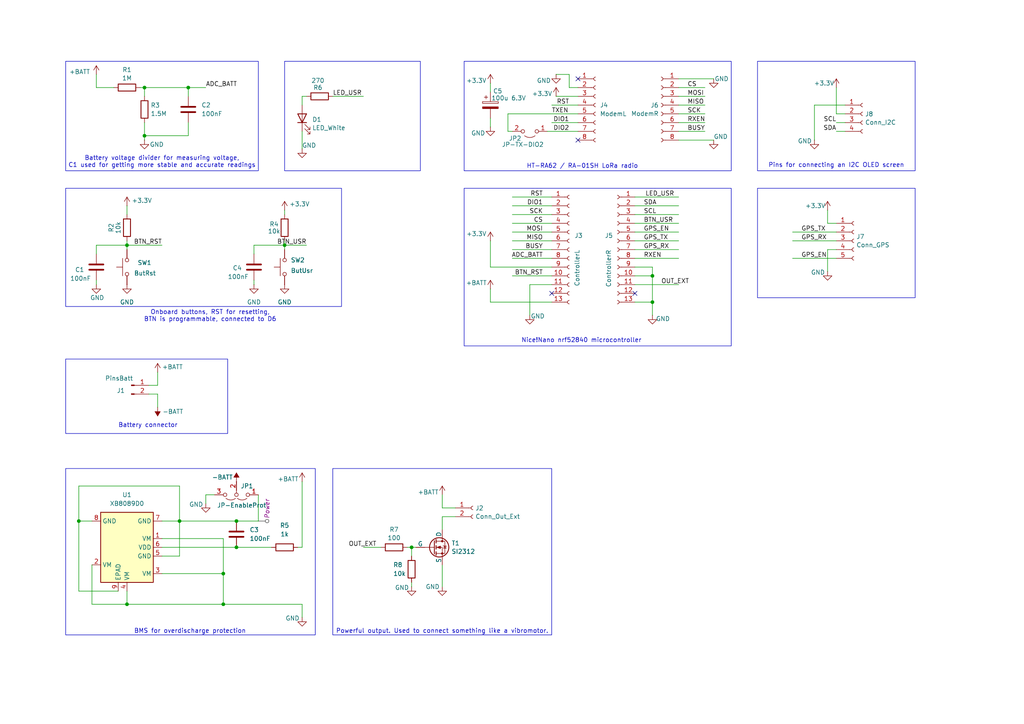
<source format=kicad_sch>
(kicad_sch (version 20231120) (generator "eeschema") (generator_version "8.0")
  (paper "A4")
  (title_block (title "SlotRa (fakeTec_v5 mod)") (date "2025-03-19") (rev "2"))
  (lib_symbols
    (symbol "Connector:Conn_01x02_Pin" (pin_names (offset 1.016) hide)
      (property "Reference" "J" (at 0 2.54 0))
      (property "Value" "Conn_01x02_Pin" (at 0 -5.08 0))
      (symbol "Conn_01x02_Pin_1_1"
        (polyline (pts (xy 1.27 -2.54) (xy 0.8636 -2.54)) (stroke (width 0.1524)))
        (polyline (pts (xy 1.27 0) (xy 0.8636 0)) (stroke (width 0.1524)))
        (rectangle (start 0.8636 -2.413) (end 0 -2.667) (stroke (width 0.1524)) (fill (type outline)))
        (rectangle (start 0.8636 0.127) (end 0 -0.127) (stroke (width 0.1524)) (fill (type outline)))
        (pin passive line (at 5.08 0 180) (length 3.81) (name "Pin_1") (number "1"))
        (pin passive line (at 5.08 -2.54 180) (length 3.81) (name "Pin_2") (number "2"))
      )
    )
    (symbol "Connector:Conn_01x02_Socket" (pin_names (offset 1.016) hide)
      (property "Reference" "J" (at 0 2.54 0))
      (property "Value" "Conn_01x02_Socket" (at 0 -5.08 0))
      (symbol "Conn_01x02_Socket_1_1"
        (arc (start 0 -2.032) (mid -0.5058 -2.54) (end 0 -3.048) (stroke (width 0.1524)))
        (polyline (pts (xy -1.27 -2.54) (xy -0.508 -2.54)) (stroke (width 0.1524)))
        (polyline (pts (xy -1.27 0) (xy -0.508 0)) (stroke (width 0.1524)))
        (arc (start 0 0.508) (mid -0.5058 0) (end 0 -0.508) (stroke (width 0.1524)))
        (pin passive line (at -5.08 0 0) (length 3.81) (name "Pin_1") (number "1"))
        (pin passive line (at -5.08 -2.54 0) (length 3.81) (name "Pin_2") (number "2"))
      )
    )
    (symbol "Connector:Conn_01x04_Socket" (pin_names (offset 1.016) hide)
      (property "Reference" "J" (at 0 5.08 0))
      (property "Value" "Conn_01x04_Socket" (at 0 -7.62 0))
      (symbol "Conn_01x04_Socket_1_1"
        (arc (start 0 -4.572) (mid -0.5058 -5.08) (end 0 -5.588) (stroke (width 0.1524)))
        (arc (start 0 -2.032) (mid -0.5058 -2.54) (end 0 -3.048) (stroke (width 0.1524)))
        (polyline (pts (xy -1.27 -5.08) (xy -0.508 -5.08)) (stroke (width 0.1524)))
        (polyline (pts (xy -1.27 -2.54) (xy -0.508 -2.54)) (stroke (width 0.1524)))
        (polyline (pts (xy -1.27 0) (xy -0.508 0)) (stroke (width 0.1524)))
        (polyline (pts (xy -1.27 2.54) (xy -0.508 2.54)) (stroke (width 0.1524)))
        (arc (start 0 0.508) (mid -0.5058 0) (end 0 -0.508) (stroke (width 0.1524)))
        (arc (start 0 3.048) (mid -0.5058 2.54) (end 0 2.032) (stroke (width 0.1524)))
        (pin passive line (at -5.08 2.54 0) (length 3.81) (name "Pin_1") (number "1"))
        (pin passive line (at -5.08 0 0) (length 3.81) (name "Pin_2") (number "2"))
        (pin passive line (at -5.08 -2.54 0) (length 3.81) (name "Pin_3") (number "3"))
        (pin passive line (at -5.08 -5.08 0) (length 3.81) (name "Pin_4") (number "4"))
      )
    )
    (symbol "Connector:Conn_01x05_Socket" (pin_names (offset 1.016) hide)
      (property "Reference" "J" (at 0 7.62 0))
      (property "Value" "Conn_01x05_Socket" (at 0 -7.62 0))
      (symbol "Conn_01x05_Socket_1_1"
        (arc (start 0 -4.572) (mid -0.5058 -5.08) (end 0 -5.588) (stroke (width 0.1524)))
        (arc (start 0 -2.032) (mid -0.5058 -2.54) (end 0 -3.048) (stroke (width 0.1524)))
        (polyline (pts (xy -1.27 -5.08) (xy -0.508 -5.08)) (stroke (width 0.1524)))
        (polyline (pts (xy -1.27 -2.54) (xy -0.508 -2.54)) (stroke (width 0.1524)))
        (polyline (pts (xy -1.27 0) (xy -0.508 0)) (stroke (width 0.1524)))
        (polyline (pts (xy -1.27 2.54) (xy -0.508 2.54)) (stroke (width 0.1524)))
        (polyline (pts (xy -1.27 5.08) (xy -0.508 5.08)) (stroke (width 0.1524)))
        (arc (start 0 0.508) (mid -0.5058 0) (end 0 -0.508) (stroke (width 0.1524)))
        (arc (start 0 3.048) (mid -0.5058 2.54) (end 0 2.032) (stroke (width 0.1524)))
        (arc (start 0 5.588) (mid -0.5058 5.08) (end 0 4.572) (stroke (width 0.1524)))
        (pin passive line (at -5.08 5.08 0) (length 3.81) (name "Pin_1") (number "1"))
        (pin passive line (at -5.08 2.54 0) (length 3.81) (name "Pin_2") (number "2"))
        (pin passive line (at -5.08 0 0) (length 3.81) (name "Pin_3") (number "3"))
        (pin passive line (at -5.08 -2.54 0) (length 3.81) (name "Pin_4") (number "4"))
        (pin passive line (at -5.08 -5.08 0) (length 3.81) (name "Pin_5") (number "5"))
      )
    )
    (symbol "Connector:Conn_01x08_Socket" (pin_names (offset 1.016) hide)
      (property "Reference" "J" (at 0 10.16 0))
      (property "Value" "Conn_01x08_Socket" (at 0 -12.7 0))
      (symbol "Conn_01x08_Socket_1_1"
        (arc (start 0 -9.652) (mid -0.5058 -10.16) (end 0 -10.668) (stroke (width 0.1524)))
        (arc (start 0 -7.112) (mid -0.5058 -7.62) (end 0 -8.128) (stroke (width 0.1524)))
        (arc (start 0 -4.572) (mid -0.5058 -5.08) (end 0 -5.588) (stroke (width 0.1524)))
        (arc (start 0 -2.032) (mid -0.5058 -2.54) (end 0 -3.048) (stroke (width 0.1524)))
        (polyline (pts (xy -1.27 -10.16) (xy -0.508 -10.16)) (stroke (width 0.1524)))
        (polyline (pts (xy -1.27 -7.62) (xy -0.508 -7.62)) (stroke (width 0.1524)))
        (polyline (pts (xy -1.27 -5.08) (xy -0.508 -5.08)) (stroke (width 0.1524)))
        (polyline (pts (xy -1.27 -2.54) (xy -0.508 -2.54)) (stroke (width 0.1524)))
        (polyline (pts (xy -1.27 0) (xy -0.508 0)) (stroke (width 0.1524)))
        (polyline (pts (xy -1.27 2.54) (xy -0.508 2.54)) (stroke (width 0.1524)))
        (polyline (pts (xy -1.27 5.08) (xy -0.508 5.08)) (stroke (width 0.1524)))
        (polyline (pts (xy -1.27 7.62) (xy -0.508 7.62)) (stroke (width 0.1524)))
        (arc (start 0 0.508) (mid -0.5058 0) (end 0 -0.508) (stroke (width 0.1524)))
        (arc (start 0 3.048) (mid -0.5058 2.54) (end 0 2.032) (stroke (width 0.1524)))
        (arc (start 0 5.588) (mid -0.5058 5.08) (end 0 4.572) (stroke (width 0.1524)))
        (arc (start 0 8.128) (mid -0.5058 7.62) (end 0 7.112) (stroke (width 0.1524)))
        (pin passive line (at -5.08 7.62 0) (length 3.81) (name "Pin_1") (number "1"))
        (pin passive line (at -5.08 5.08 0) (length 3.81) (name "Pin_2") (number "2"))
        (pin passive line (at -5.08 2.54 0) (length 3.81) (name "Pin_3") (number "3"))
        (pin passive line (at -5.08 0 0) (length 3.81) (name "Pin_4") (number "4"))
        (pin passive line (at -5.08 -2.54 0) (length 3.81) (name "Pin_5") (number "5"))
        (pin passive line (at -5.08 -5.08 0) (length 3.81) (name "Pin_6") (number "6"))
        (pin passive line (at -5.08 -7.62 0) (length 3.81) (name "Pin_7") (number "7"))
        (pin passive line (at -5.08 -10.16 0) (length 3.81) (name "Pin_8") (number "8"))
      )
    )
    (symbol "Connector:Conn_01x13_Socket" (pin_names (offset 1.016) hide)
      (property "Reference" "J" (at 0 17.78 0))
      (property "Value" "Conn_01x13_Socket" (at 0 -17.78 0))
      (symbol "Conn_01x13_Socket_1_1"
        (arc (start 0 -14.732) (mid -0.5058 -15.24) (end 0 -15.748) (stroke (width 0.1524)))
        (arc (start 0 -12.192) (mid -0.5058 -12.7) (end 0 -13.208) (stroke (width 0.1524)))
        (arc (start 0 -9.652) (mid -0.5058 -10.16) (end 0 -10.668) (stroke (width 0.1524)))
        (arc (start 0 -7.112) (mid -0.5058 -7.62) (end 0 -8.128) (stroke (width 0.1524)))
        (arc (start 0 -4.572) (mid -0.5058 -5.08) (end 0 -5.588) (stroke (width 0.1524)))
        (arc (start 0 -2.032) (mid -0.5058 -2.54) (end 0 -3.048) (stroke (width 0.1524)))
        (polyline (pts (xy -1.27 -15.24) (xy -0.508 -15.24)) (stroke (width 0.1524)))
        (polyline (pts (xy -1.27 -12.7) (xy -0.508 -12.7)) (stroke (width 0.1524)))
        (polyline (pts (xy -1.27 -10.16) (xy -0.508 -10.16)) (stroke (width 0.1524)))
        (polyline (pts (xy -1.27 -7.62) (xy -0.508 -7.62)) (stroke (width 0.1524)))
        (polyline (pts (xy -1.27 -5.08) (xy -0.508 -5.08)) (stroke (width 0.1524)))
        (polyline (pts (xy -1.27 -2.54) (xy -0.508 -2.54)) (stroke (width 0.1524)))
        (polyline (pts (xy -1.27 0) (xy -0.508 0)) (stroke (width 0.1524)))
        (polyline (pts (xy -1.27 2.54) (xy -0.508 2.54)) (stroke (width 0.1524)))
        (polyline (pts (xy -1.27 5.08) (xy -0.508 5.08)) (stroke (width 0.1524)))
        (polyline (pts (xy -1.27 7.62) (xy -0.508 7.62)) (stroke (width 0.1524)))
        (polyline (pts (xy -1.27 10.16) (xy -0.508 10.16)) (stroke (width 0.1524)))
        (polyline (pts (xy -1.27 12.7) (xy -0.508 12.7)) (stroke (width 0.1524)))
        (polyline (pts (xy -1.27 15.24) (xy -0.508 15.24)) (stroke (width 0.1524)))
        (arc (start 0 0.508) (mid -0.5058 0) (end 0 -0.508) (stroke (width 0.1524)))
        (arc (start 0 3.048) (mid -0.5058 2.54) (end 0 2.032) (stroke (width 0.1524)))
        (arc (start 0 5.588) (mid -0.5058 5.08) (end 0 4.572) (stroke (width 0.1524)))
        (arc (start 0 8.128) (mid -0.5058 7.62) (end 0 7.112) (stroke (width 0.1524)))
        (arc (start 0 10.668) (mid -0.5058 10.16) (end 0 9.652) (stroke (width 0.1524)))
        (arc (start 0 13.208) (mid -0.5058 12.7) (end 0 12.192) (stroke (width 0.1524)))
        (arc (start 0 15.748) (mid -0.5058 15.24) (end 0 14.732) (stroke (width 0.1524)))
        (pin passive line (at -5.08 15.24 0) (length 3.81) (name "Pin_1") (number "1"))
        (pin passive line (at -5.08 -7.62 0) (length 3.81) (name "Pin_10") (number "10"))
        (pin passive line (at -5.08 -10.16 0) (length 3.81) (name "Pin_11") (number "11"))
        (pin passive line (at -5.08 -12.7 0) (length 3.81) (name "Pin_12") (number "12"))
        (pin passive line (at -5.08 -15.24 0) (length 3.81) (name "Pin_13") (number "13"))
        (pin passive line (at -5.08 12.7 0) (length 3.81) (name "Pin_2") (number "2"))
        (pin passive line (at -5.08 10.16 0) (length 3.81) (name "Pin_3") (number "3"))
        (pin passive line (at -5.08 7.62 0) (length 3.81) (name "Pin_4") (number "4"))
        (pin passive line (at -5.08 5.08 0) (length 3.81) (name "Pin_5") (number "5"))
        (pin passive line (at -5.08 2.54 0) (length 3.81) (name "Pin_6") (number "6"))
        (pin passive line (at -5.08 0 0) (length 3.81) (name "Pin_7") (number "7"))
        (pin passive line (at -5.08 -2.54 0) (length 3.81) (name "Pin_8") (number "8"))
        (pin passive line (at -5.08 -5.08 0) (length 3.81) (name "Pin_9") (number "9"))
      )
    )
    (symbol "Device:C" (pin_numbers hide) (pin_names (offset 0.254))
      (property "Reference" "C" (at 0.635 2.54 0))
      (property "Value" "C" (at 0.635 -2.54 0))
      (symbol "C_0_1"
        (polyline (pts (xy -2.032 -0.762) (xy 2.032 -0.762)) (stroke (width 0.508)))
        (polyline (pts (xy -2.032 0.762) (xy 2.032 0.762)) (stroke (width 0.508)))
      )
      (symbol "C_1_1"
        (pin passive line (at 0 3.81 270) (length 2.794) (name "~") (number "1"))
        (pin passive line (at 0 -3.81 90) (length 2.794) (name "~") (number "2"))
      )
    )
    (symbol "Device:C_Polarized" (pin_numbers hide) (pin_names (offset 0.254))
      (property "Reference" "C" (at 0.635 2.54 0))
      (property "Value" "C_Polarized" (at 0.635 -2.54 0))
      (symbol "C_Polarized_0_1"
        (rectangle (start -2.286 0.508) (end 2.286 1.016))
        (polyline (pts (xy -1.778 2.286) (xy -0.762 2.286)))
        (polyline (pts (xy -1.27 2.794) (xy -1.27 1.778)))
        (rectangle (start 2.286 -0.508) (end -2.286 -1.016) (fill (type outline)))
      )
      (symbol "C_Polarized_1_1"
        (pin passive line (at 0 3.81 270) (length 2.794) (name "~") (number "1"))
        (pin passive line (at 0 -3.81 90) (length 2.794) (name "~") (number "2"))
      )
    )
    (symbol "Device:LED" (pin_numbers hide) (pin_names (offset 1.016) hide)
      (property "Reference" "D" (at 0 2.54 0))
      (property "Value" "LED" (at 0 -2.54 0))
      (symbol "LED_0_1"
        (polyline (pts (xy -1.27 -1.27) (xy -1.27 1.27)) (stroke (width 0.254)))
        (polyline (pts (xy -1.27 0) (xy 1.27 0)))
        (polyline (pts (xy 1.27 -1.27) (xy 1.27 1.27) (xy -1.27 0) (xy 1.27 -1.27)) (stroke (width 0.254)))
        (polyline (pts (xy -3.048 -0.762) (xy -4.572 -2.286) (xy -3.81 -2.286) (xy -4.572 -2.286) (xy -4.572 -1.524)))
        (polyline (pts (xy -1.778 -0.762) (xy -3.302 -2.286) (xy -2.54 -2.286) (xy -3.302 -2.286) (xy -3.302 -1.524)))
      )
      (symbol "LED_1_1"
        (pin passive line (at -3.81 0 0) (length 2.54) (name "K") (number "1"))
        (pin passive line (at 3.81 0 180) (length 2.54) (name "A") (number "2"))
      )
    )
    (symbol "Device:R" (pin_numbers hide) (pin_names (offset 0))
      (property "Reference" "R" (at 2.032 0 90))
      (property "Value" "R" (at 0 0 90))
      (symbol "R_0_1"
        (rectangle (start -1.016 -2.54) (end 1.016 2.54) (stroke (width 0.254)))
      )
      (symbol "R_1_1"
        (pin passive line (at 0 3.81 270) (length 1.27) (name "~") (number "1"))
        (pin passive line (at 0 -3.81 90) (length 1.27) (name "~") (number "2"))
      )
    )
    (symbol "Jumper:Jumper_2_Open" (pin_names (offset 0) hide)
      (property "Reference" "JP" (at 0 2.794 0))
      (property "Value" "Jumper_2_Open" (at 0 -2.286 0))
      (symbol "Jumper_2_Open_0_0"
        (circle (center -2.032 0) (radius 0.508))
        (circle (center 2.032 0) (radius 0.508))
      )
      (symbol "Jumper_2_Open_0_1"
        (arc (start 1.524 1.27) (mid 0 1.778) (end -1.524 1.27))
      )
      (symbol "Jumper_2_Open_1_1"
        (pin passive line (at -5.08 0 0) (length 2.54) (name "A") (number "1"))
        (pin passive line (at 5.08 0 180) (length 2.54) (name "B") (number "2"))
      )
    )
    (symbol "Jumper:Jumper_3_Open" (pin_names (offset 0) hide) (exclude_from_sim yes) (in_bom no)
      (property "Reference" "JP" (at -2.54 -2.54 0))
      (property "Value" "Jumper_3_Open" (at 0 2.794 0))
      (symbol "Jumper_3_Open_0_0"
        (circle (center -3.302 0) (radius 0.508))
        (circle (center 0 0) (radius 0.508))
        (circle (center 3.302 0) (radius 0.508))
      )
      (symbol "Jumper_3_Open_0_1"
        (arc (start -0.254 1.016) (mid -1.651 1.4992) (end -3.048 1.016))
        (polyline (pts (xy 0 -0.508) (xy 0 -1.27)))
        (arc (start 3.048 1.016) (mid 1.651 1.4992) (end 0.254 1.016))
      )
      (symbol "Jumper_3_Open_1_1"
        (pin passive line (at -6.35 0 0) (length 2.54) (name "A") (number "1"))
        (pin passive line (at 0 -3.81 90) (length 2.54) (name "C") (number "2"))
        (pin passive line (at 6.35 0 180) (length 2.54) (name "B") (number "3"))
      )
    )
    (symbol "Regulator_Switching:LM25085MY"
      (property "Reference" "U1" (at 0 15.24 0))
      (property "Value" "XB8089D0" (at 0 12.7 0))
      (symbol "LM25085MY_0_1"
        (rectangle (start -7.62 10.16) (end 7.62 -10.16) (stroke (width 0.254)) (fill (type background)))
      )
      (symbol "LM25085MY_1_1"
        (pin bidirectional line (at 10.16 2.54 180) (length 2.54) (name "VM") (number "1"))
        (pin bidirectional line (at -10.16 -5.08 0) (length 2.54) (name "VM") (number "2"))
        (pin bidirectional line (at 10.16 -7.62 180) (length 2.54) (name "VM") (number "3"))
        (pin bidirectional line (at 0 -12.7 90) (length 2.54) (name "VM") (number "4"))
        (pin passive line (at 10.16 -2.54 180) (length 2.54) (name "GND") (number "5"))
        (pin power_in line (at 10.16 0 180) (length 2.54) (name "VDD") (number "6"))
        (pin passive line (at 10.16 7.62 180) (length 2.54) (name "GND") (number "7"))
        (pin passive line (at -10.16 7.62 0) (length 2.54) (name "GND") (number "8"))
        (pin passive line (at -2.54 -12.7 90) (length 2.54) (name "EPAD") (number "9"))
      )
    )
    (symbol "Simulation_SPICE:NMOS" (pin_numbers hide) (pin_names (offset 0))
      (property "Reference" "Q" (at 5.08 1.27 0))
      (property "Value" "NMOS" (at 5.08 -1.27 0))
      (symbol "NMOS_0_1"
        (polyline (pts (xy 0.254 0) (xy -2.54 0)))
        (polyline (pts (xy 0.254 1.905) (xy 0.254 -1.905)) (stroke (width 0.254)))
        (polyline (pts (xy 0.762 -1.27) (xy 0.762 -2.286)) (stroke (width 0.254)))
        (polyline (pts (xy 0.762 0.508) (xy 0.762 -0.508)) (stroke (width 0.254)))
        (polyline (pts (xy 0.762 2.286) (xy 0.762 1.27)) (stroke (width 0.254)))
        (polyline (pts (xy 2.54 2.54) (xy 2.54 1.778)))
        (polyline (pts (xy 2.54 -2.54) (xy 2.54 0) (xy 0.762 0)))
        (polyline (pts (xy 0.762 -1.778) (xy 3.302 -1.778) (xy 3.302 1.778) (xy 0.762 1.778)))
        (polyline (pts (xy 1.016 0) (xy 2.032 0.381) (xy 2.032 -0.381) (xy 1.016 0)) (fill (type outline)))
        (polyline (pts (xy 2.794 0.508) (xy 2.921 0.381) (xy 3.683 0.381) (xy 3.81 0.254)))
        (polyline (pts (xy 3.302 0.381) (xy 2.921 -0.254) (xy 3.683 -0.254) (xy 3.302 0.381)))
        (circle (center 1.651 0) (radius 2.794) (stroke (width 0.254)))
        (circle (center 2.54 -1.778) (radius 0.254) (fill (type outline)))
        (circle (center 2.54 1.778) (radius 0.254) (fill (type outline)))
      )
      (symbol "NMOS_1_1"
        (pin passive line (at 2.54 5.08 270) (length 2.54) (name "D") (number "1"))
        (pin input line (at -5.08 0 0) (length 2.54) (name "G") (number "2"))
        (pin passive line (at 2.54 -5.08 90) (length 2.54) (name "S") (number "3"))
      )
    )
    (symbol "Switch:SW_Push" (pin_numbers hide) (pin_names (offset 1.016) hide)
      (property "Reference" "SW" (at 1.27 2.54 0))
      (property "Value" "SW_Push" (at 0 -1.524 0))
      (symbol "SW_Push_0_1"
        (circle (center -2.032 0) (radius 0.508))
        (polyline (pts (xy 0 1.27) (xy 0 3.048)))
        (polyline (pts (xy 2.54 1.27) (xy -2.54 1.27)))
        (circle (center 2.032 0) (radius 0.508))
        (pin passive line (at -5.08 0 0) (length 2.54) (name "1") (number "1"))
        (pin passive line (at 5.08 0 180) (length 2.54) (name "2") (number "2"))
      )
    )
    (symbol "power:+3.3V" (power) (pin_numbers hide) (pin_names (offset 0) hide)
      (property "Value" "+3.3V" (at 0 3.556 0))
      (symbol "+3.3V_0_1"
        (polyline (pts (xy -0.762 1.27) (xy 0 2.54)))
        (polyline (pts (xy 0 0) (xy 0 2.54)))
        (polyline (pts (xy 0 2.54) (xy 0.762 1.27)))
      )
      (symbol "+3.3V_1_1"
        (pin power_in line (at 0 0 90) (length 0) (name "~") (number "1"))
      )
    )
    (symbol "power:+BATT" (power) (pin_numbers hide) (pin_names (offset 0) hide)
      (property "Value" "+BATT" (at 0 3.556 0))
      (symbol "+BATT_0_1"
        (polyline (pts (xy -0.762 1.27) (xy 0 2.54)))
        (polyline (pts (xy 0 0) (xy 0 2.54)))
        (polyline (pts (xy 0 2.54) (xy 0.762 1.27)))
      )
      (symbol "+BATT_1_1"
        (pin power_in line (at 0 0 90) (length 0) (name "~") (number "1"))
      )
    )
    (symbol "power:-BATT" (power) (pin_numbers hide) (pin_names (offset 0) hide)
      (property "Value" "-BATT" (at 0 3.556 0))
      (symbol "-BATT_0_1"
        (polyline (pts (xy 0 0) (xy 0 2.54)))
        (polyline (pts (xy 0.762 1.27) (xy -0.762 1.27) (xy 0 2.54) (xy 0.762 1.27)) (fill (type outline)))
      )
      (symbol "-BATT_1_1"
        (pin power_in line (at 0 0 90) (length 0) (name "~") (number "1"))
      )
    )
    (symbol "power:GND" (power) (pin_numbers hide) (pin_names (offset 0) hide)
      (property "Value" "GND" (at 0 -3.81 0))
      (symbol "GND_0_1"
        (polyline (pts (xy 0 0) (xy 0 -1.27) (xy 1.27 -1.27) (xy 0 -2.54) (xy -1.27 -1.27) (xy 0 -1.27)))
      )
      (symbol "GND_1_1"
        (pin power_in line (at 0 0 270) (length 0) (name "~") (number "1"))
      )
    )
  )
  (junction (at 189.23 87.63))
  (junction (at 68.58 158.75))
  (junction (at 54.61 25.4))
  (junction (at 82.55 71.12))
  (junction (at 22.86 151.13))
  (junction (at 119.38 158.75))
  (junction (at 41.91 25.4))
  (junction (at 36.83 175.26))
  (junction (at 64.77 166.37))
  (junction (at 36.83 71.12))
  (junction (at 52.07 151.13))
  (junction (at 68.58 151.13))
  (junction (at 64.77 175.26))
  (junction (at 189.23 80.01))
  (junction (at 41.91 39.37))
  (no_connect (at 167.64 40.64))
  (no_connect (at 184.15 85.09))
  (no_connect (at 167.64 22.86))
  (no_connect (at 160.02 85.09))
  (wire (pts (xy 119.38 158.75) (xy 120.65 158.75)))
  (wire (pts (xy 128.27 170.18) (xy 128.27 163.83)))
  (wire (pts (xy 68.58 151.13) (xy 74.93 151.13)))
  (wire (pts (xy 54.61 27.94) (xy 54.61 25.4)))
  (wire (pts (xy 196.85 33.02) (xy 204.47 33.02)))
  (wire (pts (xy 204.47 38.1) (xy 196.85 38.1)))
  (wire (pts (xy 43.18 111.76) (xy 45.72 111.76)))
  (wire (pts (xy 45.72 114.3) (xy 45.72 118.11)))
  (wire (pts (xy 34.29 171.45) (xy 22.86 171.45)))
  (wire (pts (xy 118.11 158.75) (xy 119.38 158.75)))
  (wire (pts (xy 62.23 143.51) (xy 59.69 143.51)))
  (wire (pts (xy 73.66 71.12) (xy 73.66 73.66)))
  (wire (pts (xy 82.55 71.12) (xy 88.9 71.12)))
  (wire (pts (xy 240.03 60.96) (xy 240.03 64.77)))
  (wire (pts (xy 46.99 161.29) (xy 52.07 161.29)))
  (wire (pts (xy 119.38 158.75) (xy 119.38 161.29)))
  (wire (pts (xy 41.91 39.37) (xy 54.61 39.37)))
  (wire (pts (xy 147.32 33.02) (xy 167.64 33.02)))
  (wire (pts (xy 46.99 151.13) (xy 52.07 151.13)))
  (wire (pts (xy 54.61 25.4) (xy 41.91 25.4)))
  (wire (pts (xy 142.24 69.85) (xy 142.24 77.47)))
  (wire (pts (xy 52.07 161.29) (xy 52.07 151.13)))
  (wire (pts (xy 142.24 34.29) (xy 142.24 36.83)))
  (wire (pts (xy 142.24 87.63) (xy 142.24 83.82)))
  (wire (pts (xy 73.66 81.28) (xy 73.66 82.55)))
  (wire (pts (xy 240.03 72.39) (xy 240.03 78.74)))
  (wire (pts (xy 229.87 69.85) (xy 242.57 69.85)))
  (wire (pts (xy 36.83 69.85) (xy 36.83 71.12)))
  (wire (pts (xy 184.15 82.55) (xy 196.85 82.55)))
  (wire (pts (xy 74.93 143.51) (xy 74.93 151.13)))
  (wire (pts (xy 184.15 59.69) (xy 196.85 59.69)))
  (wire (pts (xy 242.57 25.4) (xy 242.57 33.02)))
  (wire (pts (xy 167.64 25.4) (xy 165.1 25.4)))
  (wire (pts (xy 242.57 35.56) (xy 245.11 35.56)))
  (wire (pts (xy 64.77 175.26) (xy 87.63 175.26)))
  (wire (pts (xy 82.55 60.96) (xy 82.55 62.23)))
  (wire (pts (xy 184.15 80.01) (xy 189.23 80.01)))
  (wire (pts (xy 64.77 166.37) (xy 64.77 175.26)))
  (wire (pts (xy 184.15 69.85) (xy 196.85 69.85)))
  (wire (pts (xy 189.23 87.63) (xy 184.15 87.63)))
  (wire (pts (xy 46.99 166.37) (xy 64.77 166.37)))
  (wire (pts (xy 64.77 156.21) (xy 64.77 166.37)))
  (wire (pts (xy 52.07 151.13) (xy 68.58 151.13)))
  (wire (pts (xy 184.15 62.23) (xy 196.85 62.23)))
  (wire (pts (xy 26.67 163.83) (xy 26.67 175.26)))
  (wire (pts (xy 148.59 72.39) (xy 160.02 72.39)))
  (wire (pts (xy 207.01 22.86) (xy 196.85 22.86)))
  (wire (pts (xy 153.67 91.44) (xy 153.67 82.55)))
  (wire (pts (xy 160.02 87.63) (xy 142.24 87.63)))
  (wire (pts (xy 41.91 27.94) (xy 41.91 25.4)))
  (wire (pts (xy 207.01 40.64) (xy 196.85 40.64)))
  (wire (pts (xy 87.63 175.26) (xy 87.63 179.07)))
  (wire (pts (xy 142.24 24.13) (xy 142.24 26.67)))
  (wire (pts (xy 87.63 38.1) (xy 87.63 43.18)))
  (wire (pts (xy 43.18 114.3) (xy 45.72 114.3)))
  (wire (pts (xy 59.69 143.51) (xy 59.69 146.05)))
  (wire (pts (xy 184.15 72.39) (xy 196.85 72.39)))
  (wire (pts (xy 36.83 71.12) (xy 46.99 71.12)))
  (wire (pts (xy 46.99 158.75) (xy 68.58 158.75)))
  (wire (pts (xy 128.27 149.86) (xy 128.27 153.67)))
  (wire (pts (xy 36.83 171.45) (xy 36.83 175.26)))
  (wire (pts (xy 148.59 69.85) (xy 160.02 69.85)))
  (wire (pts (xy 27.94 73.66) (xy 27.94 71.12)))
  (wire (pts (xy 148.59 62.23) (xy 160.02 62.23)))
  (wire (pts (xy 132.08 149.86) (xy 128.27 149.86)))
  (wire (pts (xy 68.58 158.75) (xy 78.74 158.75)))
  (wire (pts (xy 229.87 67.31) (xy 242.57 67.31)))
  (wire (pts (xy 132.08 147.32) (xy 128.27 147.32)))
  (wire (pts (xy 54.61 35.56) (xy 54.61 39.37)))
  (wire (pts (xy 184.15 77.47) (xy 189.23 77.47)))
  (wire (pts (xy 148.59 64.77) (xy 160.02 64.77)))
  (wire (pts (xy 148.59 67.31) (xy 160.02 67.31)))
  (wire (pts (xy 147.32 38.1) (xy 148.59 38.1)))
  (wire (pts (xy 147.32 38.1) (xy 147.32 33.02)))
  (wire (pts (xy 196.85 30.48) (xy 204.47 30.48)))
  (wire (pts (xy 148.59 80.01) (xy 160.02 80.01)))
  (wire (pts (xy 40.64 25.4) (xy 41.91 25.4)))
  (wire (pts (xy 184.15 64.77) (xy 196.85 64.77)))
  (wire (pts (xy 82.55 69.85) (xy 82.55 71.12)))
  (wire (pts (xy 96.52 27.94) (xy 105.41 27.94)))
  (wire (pts (xy 26.67 175.26) (xy 36.83 175.26)))
  (wire (pts (xy 36.83 71.12) (xy 36.83 72.39)))
  (wire (pts (xy 160.02 30.48) (xy 167.64 30.48)))
  (wire (pts (xy 22.86 140.97) (xy 52.07 140.97)))
  (wire (pts (xy 142.24 77.47) (xy 160.02 77.47)))
  (wire (pts (xy 196.85 27.94) (xy 204.47 27.94)))
  (wire (pts (xy 204.47 25.4) (xy 196.85 25.4)))
  (wire (pts (xy 27.94 21.59) (xy 27.94 25.4)))
  (wire (pts (xy 184.15 67.31) (xy 196.85 67.31)))
  (wire (pts (xy 236.22 30.48) (xy 245.11 30.48)))
  (wire (pts (xy 86.36 158.75) (xy 87.63 158.75)))
  (wire (pts (xy 189.23 80.01) (xy 189.23 87.63)))
  (wire (pts (xy 236.22 30.48) (xy 236.22 40.64)))
  (wire (pts (xy 36.83 59.69) (xy 36.83 62.23)))
  (wire (pts (xy 27.94 71.12) (xy 36.83 71.12)))
  (wire (pts (xy 41.91 35.56) (xy 41.91 39.37)))
  (wire (pts (xy 153.67 82.55) (xy 160.02 82.55)))
  (wire (pts (xy 41.91 39.37) (xy 41.91 40.64)))
  (wire (pts (xy 73.66 71.12) (xy 82.55 71.12)))
  (wire (pts (xy 148.59 74.93) (xy 160.02 74.93)))
  (wire (pts (xy 46.99 156.21) (xy 64.77 156.21)))
  (wire (pts (xy 82.55 71.12) (xy 82.55 72.39)))
  (wire (pts (xy 36.83 175.26) (xy 64.77 175.26)))
  (wire (pts (xy 45.72 111.76) (xy 45.72 107.95)))
  (wire (pts (xy 148.59 59.69) (xy 160.02 59.69)))
  (wire (pts (xy 189.23 77.47) (xy 189.23 80.01)))
  (wire (pts (xy 189.23 91.44) (xy 189.23 87.63)))
  (wire (pts (xy 27.94 25.4) (xy 33.02 25.4)))
  (wire (pts (xy 158.75 38.1) (xy 167.64 38.1)))
  (wire (pts (xy 22.86 171.45) (xy 22.86 151.13)))
  (wire (pts (xy 128.27 147.32) (xy 128.27 143.51)))
  (wire (pts (xy 27.94 81.28) (xy 27.94 82.55)))
  (wire (pts (xy 105.41 158.75) (xy 110.49 158.75)))
  (wire (pts (xy 148.59 57.15) (xy 160.02 57.15)))
  (wire (pts (xy 119.38 170.18) (xy 119.38 168.91)))
  (wire (pts (xy 167.64 27.94) (xy 161.29 27.94)))
  (wire (pts (xy 87.63 139.7) (xy 87.63 158.75)))
  (wire (pts (xy 26.67 151.13) (xy 22.86 151.13)))
  (wire (pts (xy 161.29 21.59) (xy 165.1 21.59)))
  (wire (pts (xy 88.9 27.94) (xy 87.63 27.94)))
  (wire (pts (xy 184.15 57.15) (xy 196.85 57.15)))
  (wire (pts (xy 165.1 21.59) (xy 165.1 25.4)))
  (wire (pts (xy 59.69 25.4) (xy 54.61 25.4)))
  (wire (pts (xy 242.57 72.39) (xy 240.03 72.39)))
  (wire (pts (xy 242.57 38.1) (xy 245.11 38.1)))
  (wire (pts (xy 184.15 74.93) (xy 196.85 74.93)))
  (wire (pts (xy 52.07 140.97) (xy 52.07 151.13)))
  (wire (pts (xy 229.87 74.93) (xy 242.57 74.93)))
  (wire (pts (xy 22.86 151.13) (xy 22.86 140.97)))
  (wire (pts (xy 242.57 33.02) (xy 245.11 33.02)))
  (wire (pts (xy 167.64 35.56) (xy 160.02 35.56)))
  (wire (pts (xy 204.47 35.56) (xy 196.85 35.56)))
  (wire (pts (xy 240.03 64.77) (xy 242.57 64.77)))
  (wire (pts (xy 87.63 27.94) (xy 87.63 30.48)))
  (rectangle (start 219.71 54.61) (end 265.43 86.36))
  (rectangle (start 19.05 17.78) (end 74.93 49.53))
  (rectangle (start 219.71 17.78) (end 265.43 49.53))
  (rectangle (start 134.62 17.78) (end 212.09 49.53))
  (rectangle (start 19.05 54.61) (end 99.06 88.9))
  (rectangle (start 96.52 135.89) (end 160.02 184.15))
  (rectangle (start 19.05 104.14) (end 66.04 125.73))
  (rectangle (start 134.62 54.61) (end 212.09 100.33))
  (rectangle (start 19.05 135.89) (end 91.44 184.15))
  (rectangle (start 82.55 17.78) (end 121.92 49.53))
  (text "Nice!Nano nrf52840 microcontroller\n" (at 168.656 98.806 0) (effects (font (size 1.27 1.27))))
  (text "Powerful output. Used to connect something like a vibromotor." (at 128.27 183.134 0) (effects (font (size 1.27 1.27))))
  (text "BMS for overdischarge protection" (at 55.118 183.134 0) (effects (font (size 1.27 1.27))))
  (text "Battery voltage divider for measuring voltage,\nC1 used for getting more stable and accurate readings" (at 46.99 46.99 0) (effects (font (size 1.27 1.27))))
  (text "HT-RA62 / RA-01SH LoRa radio" (at 168.91 48.26 0) (effects (font (size 1.27 1.27))))
  (text "Onboard buttons, RST for resetting,\nBTN is programmable, connected to D6\n\n" (at 60.96 92.71 0) (effects (font (size 1.27 1.27))))
  (text "Battery connector\n\n" (at 42.926 124.46 0) (effects (font (size 1.27 1.27))))
  (text "Pins for connecting an I2C OLED screen\n" (at 242.57 48.006 0) (effects (font (size 1.27 1.27))))
  (label "BTN_RST" (at 46.99 71.12 180))
  (label "DIO2" (at 165.1 38.1 180))
  (label "OUT_EXT" (at 109.22 158.75 180))
  (label "SCK" (at 199.39 33.02 0))
  (label "BTN_USR" (at 186.69 64.77 0))
  (label "RST" (at 165.1 30.48 180))
  (label "ADC_BATT" (at 59.69 25.4 0))
  (label "GPS_EN" (at 232.41 74.93 0))
  (label "LED_USR" (at 195.58 57.15 180))
  (label "LED_USR" (at 96.52 27.94 0))
  (label "CS" (at 199.39 25.4 0))
  (label "ADC_BATT" (at 157.48 74.93 180))
  (label "TXEN" (at 160.02 33.02 0))
  (label "DIO1" (at 165.1 35.56 180))
  (label "DIO1" (at 157.48 59.69 180))
  (label "RXEN" (at 186.69 74.93 0))
  (label "SCL" (at 186.69 62.23 0))
  (label "GPS_RX" (at 186.69 72.39 0))
  (label "GPS_TX" (at 186.69 69.85 0))
  (label "SDA" (at 242.57 38.1 180))
  (label "GPS_RX" (at 232.41 69.85 0))
  (label "BUSY" (at 199.39 38.1 0))
  (label "CS" (at 157.48 64.77 180))
  (label "RXEN" (at 199.39 35.56 0))
  (label "MISO" (at 157.48 69.85 180))
  (label "OUT_EXT" (at 191.77 82.55 0))
  (label "SCK" (at 157.48 62.23 180))
  (label "BTN_RST" (at 157.48 80.01 180))
  (label "MISO" (at 199.39 30.48 0))
  (label "SDA" (at 186.69 59.69 0))
  (label "BUSY" (at 157.48 72.39 180))
  (label "GPS_EN" (at 186.69 67.31 0))
  (label "SCL" (at 242.57 35.56 180))
  (label "RST" (at 157.48 57.15 180))
  (label "MOSI" (at 199.39 27.94 0))
  (label "MOSI" (at 157.48 67.31 180))
  (label "GPS_TX" (at 232.41 67.31 0))
  (label "BTN_USR" (at 88.9 71.12 180))
  (netclass_flag "" (length 2.54) (shape round) (at 74.93 151.13 270) (property "Netclass" "Power" (at 77.47 150.4315 90) (effects (font (italic yes)) (justify left))))
  (symbol (lib_id "power:GND") (at 87.63 179.07 0) (unit 1)
    (property "Reference" "#PWR015" (effects (hide yes)))
    (property "Value" "GND" (at 84.836 179.324 0))
    (property "Description" "Power symbol creates a global label with name \"GND\" , ground" (effects (hide yes)))
  )
  (symbol (lib_id "power:GND") (at 236.22 40.64 0) (unit 1)
    (property "Reference" "#PWR029" (effects (hide yes)))
    (property "Value" "GND" (at 233.426 40.894 0))
    (property "Description" "Power symbol creates a global label with name \"GND\" , ground" (effects (hide yes)))
  )
  (symbol (lib_id "power:GND") (at 119.38 170.18 0) (unit 1)
    (property "Reference" "#PWR016" (effects (hide yes)))
    (property "Value" "GND" (at 116.586 170.434 0))
    (property "Description" "Power symbol creates a global label with name \"GND\" , ground" (effects (hide yes)))
  )
  (symbol (lib_id "power:GND") (at 82.55 82.55 0) (mirror y) (unit 1)
    (property "Reference" "#PWR012" (effects (hide yes)))
    (property "Value" "GND" (at 82.55 87.63 0))
    (property "Description" "Power symbol creates a global label with name \"GND\" , ground" (effects (hide yes)))
  )
  (symbol (lib_id "power:GND") (at 41.91 40.64 0) (unit 1)
    (property "Reference" "#PWR05" (effects (hide yes)))
    (property "Value" "GND" (at 45.466 41.91 0))
    (property "Description" "Power symbol creates a global label with name \"GND\" , ground" (effects (hide yes)))
  )
  (symbol (lib_id "power:GND") (at 36.83 82.55 0) (mirror y) (unit 1)
    (property "Reference" "#PWR04" (effects (hide yes)))
    (property "Value" "GND" (at 36.83 87.63 0))
    (property "Description" "Power symbol creates a global label with name \"GND\" , ground" (effects (hide yes)))
  )
  (symbol (lib_id "power:-BATT") (at 45.72 118.11 180) (unit 1)
    (property "Reference" "#PWR07" (effects (hide yes)))
    (property "Value" "-BATT" (at 47.117 119.38 0) (effects (justify right)))
    (property "Description" "Power symbol creates a global label with name \"-BATT\"" (effects (hide yes)))
  )
  (symbol (lib_id "Device:R") (at 82.55 158.75 90) (unit 1)
    (property "Reference" "R5" (at 82.55 152.4 90))
    (property "Value" "1k" (at 82.55 154.94 90))
    (property "Footprint" "Resistor_SMD:R_0805_2012Metric_Pad1.20x1.40mm_HandSolder" (effects (hide yes)))
    (property "Description" "Resistor" (effects (hide yes)))
  )
  (symbol (lib_id "Device:R") (at 41.91 31.75 0) (unit 1)
    (property "Reference" "R3" (at 43.688 30.5378 0) (effects (justify left)))
    (property "Value" "1.5M" (at 43.688 32.9621 0) (effects (justify left)))
    (property "Footprint" "Resistor_SMD:R_0805_2012Metric_Pad1.20x1.40mm_HandSolder" (effects (hide yes)))
    (property "Description" "Resistor" (effects (hide yes)))
  )
  (symbol (lib_id "Device:C") (at 54.61 31.75 0) (unit 1)
    (property "Reference" "C2" (at 58.42 30.4799 0) (effects (justify left)))
    (property "Value" "100nF" (at 58.42 33.0199 0) (effects (justify left)))
    (property "Footprint" "Capacitor_SMD:C_0805_2012Metric_Pad1.18x1.45mm_HandSolder" (effects (hide yes)))
    (property "Description" "Unpolarized capacitor" (effects (hide yes)))
  )
  (symbol (lib_id "Device:R") (at 92.71 27.94 270) (mirror x) (unit 1)
    (property "Reference" "R6" (at 92.202 25.4 90))
    (property "Value" "270" (at 92.202 23.368 90))
    (property "Footprint" "Resistor_SMD:R_0805_2012Metric_Pad1.20x1.40mm_HandSolder" (effects (hide yes)))
    (property "Description" "Resistor" (effects (hide yes)))
  )
  (symbol (lib_id "power:GND") (at 128.27 170.18 0) (unit 1)
    (property "Reference" "#PWR018" (effects (hide yes)))
    (property "Value" "GND" (at 125.476 170.18 0))
    (property "Description" "Power symbol creates a global label with name \"GND\" , ground" (effects (hide yes)))
  )
  (symbol (lib_id "power:GND") (at 207.01 40.64 0) (mirror y) (unit 1)
    (property "Reference" "#PWR028" (effects (hide yes)))
    (property "Value" "GND" (at 209.042 39.624 0))
    (property "Description" "Power symbol creates a global label with name \"GND\" , ground" (effects (hide yes)))
  )
  (symbol (lib_id "power:+3.3V") (at 36.83 59.69 0) (mirror y) (unit 1)
    (property "Reference" "#PWR03" (effects (hide yes)))
    (property "Value" "+3.3V" (at 41.148 58.166 0))
    (property "Description" "Power symbol creates a global label with name \"+3.3V\"" (effects (hide yes)))
  )
  (symbol (lib_id "Device:LED") (at 87.63 34.29 90) (unit 1)
    (property "Reference" "D1" (at 90.551 34.6653 90) (effects (justify right)))
    (property "Value" "LED_White" (at 90.551 37.0896 90) (effects (justify right)))
    (property "Footprint" "LED_THT:LED_D3.0mm_Horizontal_O6.35mm_Z10.0mm" (effects (hide yes)))
    (property "Description" "Light emitting diode" (effects (hide yes)))
  )
  (symbol (lib_id "Device:C_Polarized") (at 142.24 30.48 0) (unit 1)
    (property "Reference" "C5" (at 143.002 26.416 0) (effects (justify left)))
    (property "Value" "100u 6.3V" (at 142.494 28.448 0) (effects (justify left)))
    (property "Footprint" "Capacitor_Tantalum_SMD:CP_EIA-7343-31_Kemet-D" (effects (hide yes)))
    (property "Description" "Polarized capacitor" (effects (hide yes)))
  )
  (symbol (lib_id "power:+3.3V") (at 82.55 60.96 0) (mirror y) (unit 1)
    (property "Reference" "#PWR011" (effects (hide yes)))
    (property "Value" "+3.3V" (at 86.868 59.182 0))
    (property "Description" "Power symbol creates a global label with name \"+3.3V\"" (effects (hide yes)))
  )
  (symbol (lib_id "power:GND") (at 153.67 91.44 0) (mirror y) (unit 1)
    (property "Reference" "#PWR023" (effects (hide yes)))
    (property "Value" "GND" (at 155.956 91.694 0))
    (property "Description" "Power symbol creates a global label with name \"GND\" , ground" (effects (hide yes)))
  )
  (symbol (lib_id "Regulator_Switching:LM25085MY") (at 36.83 158.75 0) (unit 1)
    (property "Reference" "U1" (at 36.83 143.51 0))
    (property "Value" "XB8089D0" (at 36.83 146.05 0))
    (property "Footprint" "Package_SO:SOIC-8-1EP_3.9x4.9mm_P1.27mm_EP2.41x3.3mm" (effects (hide yes)))
    (property "Datasheet" "https://www.lcsc.com/datasheet/lcsc_datasheet_2410121637_XySemi-XB8089D0_C2760005.pdf" (effects (hide yes)))
    (property "Description" "2.9V~6V Lithium-ion/Polymer 1 SOP-8-EP Battery Management ROHS" (effects (hide yes)))
  )
  (symbol (lib_id "Device:R") (at 36.83 25.4 90) (unit 1)
    (property "Reference" "R1" (at 36.83 20.2395 90))
    (property "Value" "1M" (at 36.83 22.6638 90))
    (property "Footprint" "Resistor_SMD:R_0805_2012Metric_Pad1.20x1.40mm_HandSolder" (effects (hide yes)))
    (property "Description" "Resistor" (effects (hide yes)))
  )
  (symbol (lib_id "Switch:SW_Push") (at 82.55 77.47 90) (unit 1)
    (property "Reference" "SW2" (at 84.328 75.438 90) (effects (justify right)))
    (property "Value" "ButUsr" (at 84.328 78.486 90) (effects (justify right)))
    (property "Footprint" "Connector_PinHeader_2.54mm:PinHeader_1x02_P2.54mm_Vertical" (effects (hide yes)))
    (property "Description" "Push button switch, generic, two pins" (effects (hide yes)))
  )
  (symbol (lib_id "Device:R") (at 36.83 66.04 0) (mirror y) (unit 1)
    (property "Reference" "R2" (at 32.258 66.04 90))
    (property "Value" "10k" (at 34.29 66.04 90))
    (property "Footprint" "Resistor_SMD:R_0805_2012Metric_Pad1.20x1.40mm_HandSolder" (effects (hide yes)))
    (property "Description" "Resistor" (effects (hide yes)))
  )
  (symbol (lib_id "Device:C") (at 73.66 77.47 180) (unit 1)
    (property "Reference" "C4" (at 68.834 77.724 0))
    (property "Value" "100nF" (at 69.088 80.264 0))
    (property "Footprint" "Capacitor_SMD:C_0805_2012Metric_Pad1.18x1.45mm_HandSolder" (effects (hide yes)))
    (property "Description" "Unpolarized capacitor" (effects (hide yes)))
  )
  (symbol (lib_id "Connector:Conn_01x05_Socket") (at 247.65 69.85 0) (unit 1)
    (property "Reference" "J7" (at 248.3612 68.6378 0) (effects (justify left)))
    (property "Value" "Conn_GPS" (at 248.3612 71.0621 0) (effects (justify left)))
    (property "Footprint" "Connector_PinHeader_2.00mm:PinHeader_1x05_P2.00mm_Vertical" (effects (hide yes)))
    (property "Description" "Generic connector, single row, 01x05, script generated" (effects (hide yes)))
  )
  (symbol (lib_id "Connector:Conn_01x02_Socket") (at 137.16 147.32 0) (unit 1)
    (property "Reference" "J2" (at 137.8712 147.3778 0) (effects (justify left)))
    (property "Value" "Conn_Out_Ext" (at 137.8712 149.8021 0) (effects (justify left)))
    (property "Footprint" "Connector_PinHeader_2.54mm:PinHeader_1x02_P2.54mm_Vertical" (effects (hide yes)))
    (property "Description" "Generic connector, single row, 01x02, script generated" (effects (hide yes)))
  )
  (symbol (lib_id "power:GND") (at 87.63 43.18 0) (mirror y) (unit 1)
    (property "Reference" "#PWR013" (effects (hide yes)))
    (property "Value" "GND" (at 89.662 42.164 0))
    (property "Description" "Power symbol creates a global label with name \"GND\" , ground" (effects (hide yes)))
  )
  (symbol (lib_id "power:+3.3V") (at 142.24 69.85 0) (mirror y) (unit 1)
    (property "Reference" "#PWR021" (effects (hide yes)))
    (property "Value" "+3.3V" (at 138.176 67.818 0))
    (property "Description" "Power symbol creates a global label with name \"+3.3V\"" (effects (hide yes)))
  )
  (symbol (lib_id "Connector:Conn_01x08_Socket") (at 172.72 30.48 0) (unit 1)
    (property "Reference" "J4" (at 173.99 30.4799 0) (effects (justify left)))
    (property "Value" "ModemL" (at 173.99 33.0199 0) (effects (justify left)))
    (property "Footprint" "SMD_PAD:SMD_Pad_Row_P2.00_8x1_longer" (effects (hide yes)))
    (property "Description" "Generic connector, single row, 01x08, script generated" (effects (hide yes)))
  )
  (symbol (lib_id "power:+BATT") (at 45.72 107.95 0) (unit 1)
    (property "Reference" "#PWR06" (effects (hide yes)))
    (property "Value" "+BATT" (at 50.038 106.426 0))
    (property "Description" "Power symbol creates a global label with name \"+BATT\"" (effects (hide yes)))
  )
  (symbol (lib_id "power:GND") (at 189.23 91.44 0) (mirror y) (unit 1)
    (property "Reference" "#PWR026" (effects (hide yes)))
    (property "Value" "GND" (at 192.278 92.456 0))
    (property "Description" "Power symbol creates a global label with name \"GND\" , ground" (effects (hide yes)))
  )
  (symbol (lib_id "power:GND") (at 161.29 21.59 0) (mirror y) (unit 1)
    (property "Reference" "#PWR024" (effects (hide yes)))
    (property "Value" "GND" (at 157.734 23.368 0))
    (property "Description" "Power symbol creates a global label with name \"GND\" , ground" (effects (hide yes)))
  )
  (symbol (lib_id "power:+BATT") (at 87.63 139.7 0) (unit 1)
    (property "Reference" "#PWR014" (effects (hide yes)))
    (property "Value" "+BATT" (at 83.566 138.938 0))
    (property "Description" "Power symbol creates a global label with name \"+BATT\"" (effects (hide yes)))
  )
  (symbol (lib_id "power:+BATT") (at 142.24 83.82 0) (mirror y) (unit 1)
    (property "Reference" "#PWR022" (effects (hide yes)))
    (property "Value" "+BATT" (at 138.176 82.042 0))
    (property "Description" "Power symbol creates a global label with name \"+BATT\"" (effects (hide yes)))
  )
  (symbol (lib_id "power:-BATT") (at 68.58 139.7 0) (unit 1)
    (property "Reference" "#PWR09" (effects (hide yes)))
    (property "Value" "-BATT" (at 64.516 138.43 0))
    (property "Description" "Power symbol creates a global label with name \"-BATT\"" (effects (hide yes)))
  )
  (symbol (lib_id "power:GND") (at 207.01 22.86 0) (mirror y) (unit 1)
    (property "Reference" "#PWR027" (effects (hide yes)))
    (property "Value" "GND" (at 209.296 22.86 0))
    (property "Description" "Power symbol creates a global label with name \"GND\" , ground" (effects (hide yes)))
  )
  (symbol (lib_id "Device:R") (at 114.3 158.75 270) (unit 1)
    (property "Reference" "R7" (at 114.3 153.5895 90))
    (property "Value" "100" (at 114.3 156.0138 90))
    (property "Footprint" "Resistor_SMD:R_0805_2012Metric_Pad1.20x1.40mm_HandSolder" (effects (hide yes)))
    (property "Description" "Resistor" (effects (hide yes)))
  )
  (symbol (lib_id "Jumper:Jumper_3_Open") (at 68.58 143.51 180) (unit 1) (exclude_from_sim yes) (in_bom no)
    (property "Reference" "JP1" (at 71.628 140.97 0))
    (property "Value" "JP-EnableProt" (at 70.104 146.558 0))
    (property "Footprint" "Jumper:SolderJumper-3_P1.3mm_Open_RoundedPad1.0x1.5mm" (effects (hide yes)))
    (property "Description" "Jumper, 3-pole, both open" (effects (hide yes)))
  )
  (symbol (lib_id "power:GND") (at 27.94 82.55 0) (mirror y) (unit 1)
    (property "Reference" "#PWR02" (effects (hide yes)))
    (property "Value" "GND" (at 28.194 86.36 0))
    (property "Description" "Power symbol creates a global label with name \"GND\" , ground" (effects (hide yes)))
  )
  (symbol (lib_id "power:+3.3V") (at 242.57 25.4 0) (unit 1)
    (property "Reference" "#PWR032" (effects (hide yes)))
    (property "Value" "+3.3V" (at 239.014 24.13 0))
    (property "Description" "Power symbol creates a global label with name \"+3.3V\"" (effects (hide yes)))
  )
  (symbol (lib_id "Device:R") (at 119.38 165.1 180) (unit 1)
    (property "Reference" "R8" (at 114.046 163.83 0) (effects (justify right)))
    (property "Value" "10k" (at 114.046 166.37 0) (effects (justify right)))
    (property "Footprint" "Resistor_SMD:R_0805_2012Metric_Pad1.20x1.40mm_HandSolder" (effects (hide yes)))
    (property "Description" "Resistor" (effects (hide yes)))
  )
  (symbol (lib_id "power:GND") (at 73.66 82.55 0) (unit 1)
    (property "Reference" "#PWR010" (effects (hide yes)))
    (property "Value" "GND" (at 73.66 87.63 0))
    (property "Description" "Power symbol creates a global label with name \"GND\" , ground" (effects (hide yes)))
  )
  (symbol (lib_id "Device:R") (at 82.55 66.04 0) (mirror x) (unit 1)
    (property "Reference" "R4" (at 79.502 65.024 0))
    (property "Value" "10k" (at 79.502 67.056 0))
    (property "Footprint" "Resistor_SMD:R_0805_2012Metric_Pad1.20x1.40mm_HandSolder" (effects (hide yes)))
    (property "Description" "Resistor" (effects (hide yes)))
  )
  (symbol (lib_id "Simulation_SPICE:NMOS") (at 125.73 158.75 0) (unit 1)
    (property "Reference" "T1" (at 130.937 157.5378 0) (effects (justify left)))
    (property "Value" "SI2312" (at 130.937 159.9621 0) (effects (justify left)))
    (property "Footprint" "SMD_PAD:TSOT-23_HandSoldering_Updated" (effects (hide yes)))
    (property "Datasheet" "https://ngspice.sourceforge.io/docs/ngspice-html-manual/manual.xhtml#cha_MOSFETs" (effects (hide yes)))
    (property "Description" "N-MOSFET transistor, drain/source/gate" (effects (hide yes)))
    (property "Sim.Device" "NMOS" (effects (hide yes)))
    (property "Sim.Type" "VDMOS" (effects (hide yes)))
    (property "Sim.Pins" "1=D 2=G 3=S" (effects (hide yes)))
  )
  (symbol (lib_id "Connector:Conn_01x04_Socket") (at 250.19 33.02 0) (unit 1)
    (property "Reference" "J8" (at 250.9012 33.0778 0) (effects (justify left)))
    (property "Value" "Conn_I2C" (at 250.9012 35.5021 0) (effects (justify left)))
    (property "Footprint" "Connector_PinHeader_2.54mm:PinHeader_1x04_P2.54mm_Vertical" (effects (hide yes)))
    (property "Description" "Generic connector, single row, 01x04, script generated" (effects (hide yes)))
  )
  (symbol (lib_id "Switch:SW_Push") (at 36.83 77.47 90) (unit 1)
    (property "Reference" "SW1" (at 39.878 76.2 90) (effects (justify right)))
    (property "Value" "ButRst" (at 38.862 79.248 90) (effects (justify right)))
    (property "Footprint" "Button_Switch_SMD:SW_Push_SPST_NO_Alps_SKRK" (effects (hide yes)))
    (property "Description" "Push button switch, generic, two pins" (effects (hide yes)))
  )
  (symbol (lib_id "power:+3.3V") (at 161.29 27.94 0) (mirror y) (unit 1)
    (property "Reference" "#PWR025" (effects (hide yes)))
    (property "Value" "+3.3V" (at 157.226 27.178 0))
    (property "Description" "Power symbol creates a global label with name \"+3.3V\"" (effects (hide yes)))
  )
  (symbol (lib_id "power:+BATT") (at 128.27 143.51 0) (unit 1)
    (property "Reference" "#PWR017" (effects (hide yes)))
    (property "Value" "+BATT" (at 124.206 142.748 0))
    (property "Description" "Power symbol creates a global label with name \"+BATT\"" (effects (hide yes)))
  )
  (symbol (lib_id "Jumper:Jumper_2_Open") (at 153.67 38.1 180) (unit 1)
    (property "Reference" "JP2" (at 147.574 40.132 0) (effects (justify right)))
    (property "Value" "JP-TX-DIO2" (at 145.542 41.91 0) (effects (justify right)))
    (property "Footprint" "Jumper:SolderJumper-2_P1.3mm_Open_RoundedPad1.0x1.5mm" (effects (hide yes)))
    (property "Description" "Jumper, 2-pole, open" (effects (hide yes)))
  )
  (symbol (lib_id "Connector:Conn_01x08_Socket") (at 191.77 30.48 0) (mirror y) (unit 1)
    (property "Reference" "J6" (at 191.0588 30.5378 0) (effects (justify left)))
    (property "Value" "ModemR" (at 191.0588 32.9621 0) (effects (justify left)))
    (property "Footprint" "SMD_PAD:SMD_Pad_Row_P2.00_8x1" (effects (hide yes)))
    (property "Description" "Generic connector, single row, 01x08, script generated" (effects (hide yes)))
  )
  (symbol (lib_id "power:+BATT") (at 27.94 21.59 0) (unit 1)
    (property "Reference" "#PWR01" (effects (hide yes)))
    (property "Value" "+BATT" (at 23.114 20.828 0))
    (property "Description" "Power symbol creates a global label with name \"+BATT\"" (effects (hide yes)))
  )
  (symbol (lib_id "power:GND") (at 142.24 36.83 0) (mirror y) (unit 1)
    (property "Reference" "#PWR020" (effects (hide yes)))
    (property "Value" "GND" (at 138.684 38.608 0))
    (property "Description" "Power symbol creates a global label with name \"GND\" , ground" (effects (hide yes)))
  )
  (symbol (lib_id "Connector:Conn_01x13_Socket") (at 179.07 72.39 0) (mirror y) (unit 1)
    (property "Reference" "J5" (at 177.8 68.326 0) (effects (justify left)))
    (property "Value" "ControllerR" (at 176.53 83.312 90) (effects (justify left)))
    (property "Footprint" "SMD_PAD:SMD_Pad_Row_P2.54_13x1" (effects (hide yes)))
    (property "Description" "Generic connector, single row, 01x13, script generated" (effects (hide yes)))
  )
  (symbol (lib_id "power:GND") (at 59.69 146.05 0) (unit 1)
    (property "Reference" "#PWR08" (effects (hide yes)))
    (property "Value" "GND" (at 56.896 146.304 0))
    (property "Description" "Power symbol creates a global label with name \"GND\" , ground" (effects (hide yes)))
  )
  (symbol (lib_id "power:GND") (at 240.03 78.74 0) (unit 1)
    (property "Reference" "#PWR031" (effects (hide yes)))
    (property "Value" "GND" (at 237.236 78.994 0))
    (property "Description" "Power symbol creates a global label with name \"GND\" , ground" (effects (hide yes)))
  )
  (symbol (lib_id "Device:C") (at 27.94 77.47 0) (mirror y) (unit 1)
    (property "Reference" "C1" (at 23.114 78.232 0))
    (property "Value" "100nF" (at 23.368 80.772 0))
    (property "Footprint" "Capacitor_SMD:C_0805_2012Metric_Pad1.18x1.45mm_HandSolder" (effects (hide yes)))
    (property "Description" "Unpolarized capacitor" (effects (hide yes)))
  )
  (symbol (lib_id "Connector:Conn_01x02_Pin") (at 38.1 111.76 0) (unit 1)
    (property "Reference" "J1" (at 35.052 113.284 0))
    (property "Value" "PinsBatt" (at 34.544 109.728 0))
    (property "Footprint" "Connector_PinHeader_2.54mm:PinHeader_1x02_P2.54mm_Vertical" (effects (hide yes)))
    (property "Description" "Generic connector, single row, 01x02, script generated" (effects (hide yes)))
  )
  (symbol (lib_id "Connector:Conn_01x13_Socket") (at 165.1 72.39 0) (unit 1)
    (property "Reference" "J3" (at 166.624 68.326 0) (effects (justify left)))
    (property "Value" "ControllerL" (at 167.386 83.058 90) (effects (justify left)))
    (property "Footprint" "SMD_PAD:SMD_Pad_Row_P2.54_13x1" (effects (hide yes)))
    (property "Description" "Generic connector, single row, 01x13, script generated" (effects (hide yes)))
  )
  (symbol (lib_id "power:+3.3V") (at 240.03 60.96 0) (unit 1)
    (property "Reference" "#PWR030" (effects (hide yes)))
    (property "Value" "+3.3V" (at 236.474 59.69 0))
    (property "Description" "Power symbol creates a global label with name \"+3.3V\"" (effects (hide yes)))
  )
  (symbol (lib_id "Device:C") (at 68.58 154.94 0) (unit 1)
    (property "Reference" "C3" (at 72.39 153.6699 0) (effects (justify left)))
    (property "Value" "100nF" (at 72.39 156.2099 0) (effects (justify left)))
    (property "Footprint" "Capacitor_SMD:C_0805_2012Metric_Pad1.18x1.45mm_HandSolder" (effects (hide yes)))
    (property "Description" "Unpolarized capacitor" (effects (hide yes)))
  )
  (symbol (lib_id "power:+3.3V") (at 142.24 24.13 0) (mirror y) (unit 1)
    (property "Reference" "#PWR019" (effects (hide yes)))
    (property "Value" "+3.3V" (at 138.176 23.368 0))
    (property "Description" "Power symbol creates a global label with name \"+3.3V\"" (effects (hide yes)))
  )
)
</source>
